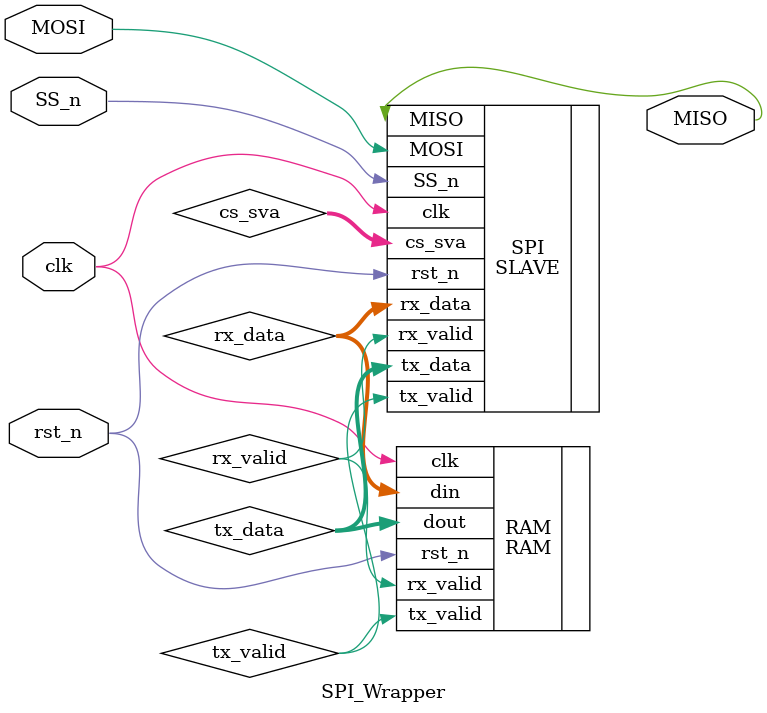
<source format=sv>


module SPI_Wrapper (
    input   clk,
    input   rst_n,
    input   MOSI,
    input   SS_n,
    output MISO
    // Add an output port for the FSM state for assertions
);

    wire [2:0] cs_sva;
    // Internal wires to connect the SPI and RAM modules
    wire [9:0] rx_data;
    wire [7:0] tx_data;
    wire       rx_valid;
    wire       tx_valid;

    // Instance of the SPI Slave module
    SLAVE SPI (
        .clk(clk),
        .rst_n(rst_n),
        .MOSI(MOSI),
        .SS_n(SS_n),
        .tx_valid(tx_valid), // from RAM
        .tx_data(tx_data),   // from RAM
        .rx_data(rx_data),   // to RAM
        .rx_valid(rx_valid), // to RAM
        .MISO(MISO),
        .cs_sva(cs_sva)     // Drive the output port
    );

    // Instance of the RAM module
    RAM RAM (
        .din(rx_data),
        .clk(clk),
        .rst_n(rst_n),
        .rx_valid(rx_valid),
        .dout(tx_data),
        .tx_valid(tx_valid)
    );

    // *** SOLUTION: BIND DIRECTLY TO THE INSTANCES ***
    // The bind statements now connect to the internal signals of the
    // SPI and RAM instances, which is the correct approach.

    bind RAM RAM_SVA RAM_assertions (
        .din(din),
        .clk(clk),
        .rst_n(rst_n),
        .rx_valid(rx_valid),
        .dout(dout),
        .tx_valid(tx_valid)
    );

    bind SLAVE SPI_Slave_SVA SPI_Slave_assertions (
        .clk(clk),
        .rst_n(rst_n),
        .MOSI(MOSI),
        .SS_n(SS_n),
        .tx_valid(tx_valid),
        .tx_data(tx_data),
        .rx_data(rx_data),
        .rx_valid(rx_valid),
        .MISO(MISO),
        // Connect the SVA module to the FSM state signal inside the SPI instance
        .cs_sva(cs_sva)
    );

endmodule


</source>
